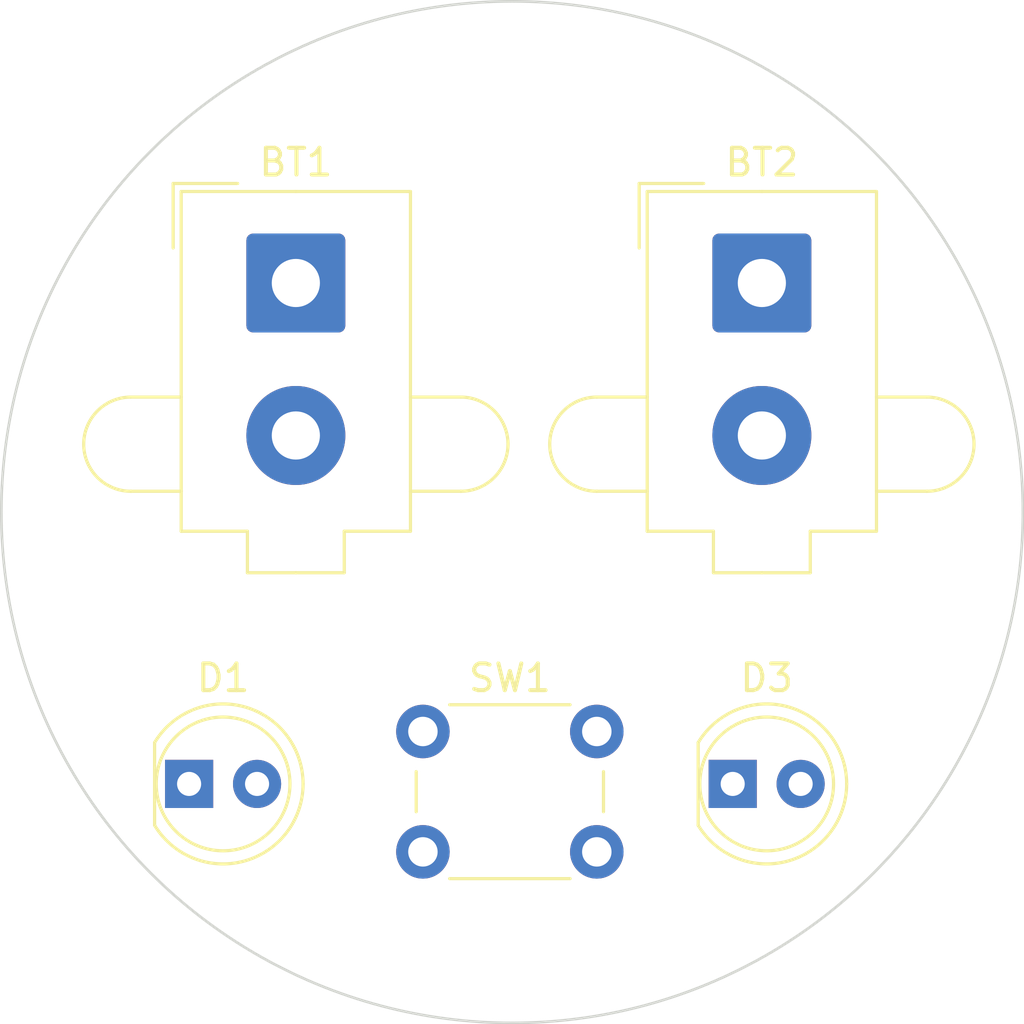
<source format=kicad_pcb>
(kicad_pcb (version 20221018) (generator pcbnew)
  (layers (0 "F.Cu" signal) (31 "B.Cu" signal) (34 "B.Paste" user) (35 "F.Paste" user) (36 "B.SilkS" user "B.Silkscreen") (37 "F.SilkS" user "F.Silkscreen") (38 "B.Mask" user) (39 "F.Mask" user) (44 "Edge.Cuts" user))
  (net 0 "")
  (net 1 "Net-(BT1-+)")
  (net 2 "GND")
  (net 3 "Net-(D1-K)")
  (footprint "LED_THT:LED_D5.0mm_Clear" (layer "F.Cu") (at 121.92 109.22)
    (fp_text reference "D1" (at 1.27 -3.96) (layer "F.SilkS"))
    (fp_text value "LED")
    (fp_line (start -1.29 -1.545) (end -1.29 1.545) (stroke (width 0.12)) (layer "F.SilkS"))
    (fp_arc (start -1.29 -1.54483) (mid 2.072002 -2.880433) (end 4.26 0.000462) (stroke (width 0.12)) (layer "F.SilkS"))
    (fp_arc (start 4.26 -0.000462) (mid 2.072002 2.880433) (end -1.29 1.54483) (stroke (width 0.12)) (layer "F.SilkS"))
    (fp_circle (center 1.27 0) (end 3.77 0) (stroke (width 0.12)) (fill none) (layer "F.SilkS"))
    (pad "1" thru_hole rect (at 0 0) (size 1.8 1.8) (drill 0.9) (layers "*.Cu" "*.Mask") (net 3 "Net-(D1-K)"))
    (pad "2" thru_hole circle (at 2.54 0) (size 1.8 1.8) (drill 0.9) (layers "*.Cu" "*.Mask") (net 2 "GND"))
  )
  (footprint "Connector_Molex:Molex_Mega-Fit_76829-0002_2x01_P5.70mm_Vertical" (layer "F.Cu") (at 125.91 90.495)
    (fp_text reference "BT1" (at 0 -4.51) (layer "F.SilkS"))
    (fp_text value "Battery_Cell")
    (fp_line (start -6.17 4.265) (end -4.285 4.265) (stroke (width 0.12)) (layer "F.SilkS"))
    (fp_line (start -6.17 7.785) (end -4.285 7.785) (stroke (width 0.12)) (layer "F.SilkS"))
    (fp_line (start -4.585 -3.72) (end -2.175 -3.72) (stroke (width 0.12)) (layer "F.SilkS"))
    (fp_line (start -4.585 -1.31) (end -4.585 -3.72) (stroke (width 0.12)) (layer "F.SilkS"))
    (fp_line (start -4.285 -3.42) (end -4.285 9.28) (stroke (width 0.12)) (layer "F.SilkS"))
    (fp_line (start -4.285 9.28) (end -1.81 9.28) (stroke (width 0.12)) (layer "F.SilkS"))
    (fp_line (start -1.81 9.28) (end -1.81 10.83) (stroke (width 0.12)) (layer "F.SilkS"))
    (fp_line (start -1.81 10.83) (end 0 10.83) (stroke (width 0.12)) (layer "F.SilkS"))
    (fp_line (start 0 -3.42) (end -4.285 -3.42) (stroke (width 0.12)) (layer "F.SilkS"))
    (fp_line (start 0 -3.42) (end 4.285 -3.42) (stroke (width 0.12)) (layer "F.SilkS"))
    (fp_line (start 1.81 9.28) (end 1.81 10.83) (stroke (width 0.12)) (layer "F.SilkS"))
    (fp_line (start 1.81 10.83) (end 0 10.83) (stroke (width 0.12)) (layer "F.SilkS"))
    (fp_line (start 4.285 -3.42) (end 4.285 9.28) (stroke (width 0.12)) (layer "F.SilkS"))
    (fp_line (start 4.285 9.28) (end 1.81 9.28) (stroke (width 0.12)) (layer "F.SilkS"))
    (fp_line (start 6.17 4.265) (end 4.285 4.265) (stroke (width 0.12)) (layer "F.SilkS"))
    (fp_line (start 6.17 7.785) (end 4.285 7.785) (stroke (width 0.12)) (layer "F.SilkS"))
    (fp_arc (start -6.17 7.785) (mid -7.93 6.025) (end -6.17 4.265) (stroke (width 0.12)) (layer "F.SilkS"))
    (fp_arc (start 6.17 4.265) (mid 7.93 6.025) (end 6.17 7.785) (stroke (width 0.12)) (layer "F.SilkS"))
    (pad "" np_thru_hole circle (at -6.17 6.025) (size 3 3) (drill 3) (layers "*.Cu" "*.Mask"))
    (pad "" np_thru_hole circle (at 6.17 6.025) (size 3 3) (drill 3) (layers "*.Cu" "*.Mask"))
    (pad "1" thru_hole roundrect (at 0 0) (size 3.7 3.7) (drill 1.8) (layers "*.Cu" "*.Mask") (roundrect_rratio 0.067568) (net 1 "Net-(BT1-+)"))
    (pad "2" thru_hole circle (at 0 5.7) (size 3.7 3.7) (drill 1.8) (layers "*.Cu" "*.Mask") (net 2 "GND"))
  )
  (footprint "LED_THT:LED_D5.0mm_Clear" (layer "F.Cu") (at 142.24 109.22)
    (fp_text reference "D3" (at 1.27 -3.96) (layer "F.SilkS"))
    (fp_text value "LED")
    (fp_line (start -1.29 -1.545) (end -1.29 1.545) (stroke (width 0.12)) (layer "F.SilkS"))
    (fp_arc (start -1.29 -1.54483) (mid 2.072002 -2.880433) (end 4.26 0.000462) (stroke (width 0.12)) (layer "F.SilkS"))
    (fp_arc (start 4.26 -0.000462) (mid 2.072002 2.880433) (end -1.29 1.54483) (stroke (width 0.12)) (layer "F.SilkS"))
    (fp_circle (center 1.27 0) (end 3.77 0) (stroke (width 0.12)) (fill none) (layer "F.SilkS"))
    (pad "1" thru_hole rect (at 0 0) (size 1.8 1.8) (drill 0.9) (layers "*.Cu" "*.Mask") (net 3 "Net-(D1-K)"))
    (pad "2" thru_hole circle (at 2.54 0) (size 1.8 1.8) (drill 0.9) (layers "*.Cu" "*.Mask") (net 2 "GND"))
  )
  (footprint "Connector_Molex:Molex_Mega-Fit_76829-0002_2x01_P5.70mm_Vertical" (layer "F.Cu") (at 143.33 90.495)
    (fp_text reference "BT2" (at 0 -4.51) (layer "F.SilkS"))
    (fp_text value "Battery_Cell")
    (fp_line (start -6.17 4.265) (end -4.285 4.265) (stroke (width 0.12)) (layer "F.SilkS"))
    (fp_line (start -6.17 7.785) (end -4.285 7.785) (stroke (width 0.12)) (layer "F.SilkS"))
    (fp_line (start -4.585 -3.72) (end -2.175 -3.72) (stroke (width 0.12)) (layer "F.SilkS"))
    (fp_line (start -4.585 -1.31) (end -4.585 -3.72) (stroke (width 0.12)) (layer "F.SilkS"))
    (fp_line (start -4.285 -3.42) (end -4.285 9.28) (stroke (width 0.12)) (layer "F.SilkS"))
    (fp_line (start -4.285 9.28) (end -1.81 9.28) (stroke (width 0.12)) (layer "F.SilkS"))
    (fp_line (start -1.81 9.28) (end -1.81 10.83) (stroke (width 0.12)) (layer "F.SilkS"))
    (fp_line (start -1.81 10.83) (end 0 10.83) (stroke (width 0.12)) (layer "F.SilkS"))
    (fp_line (start 0 -3.42) (end -4.285 -3.42) (stroke (width 0.12)) (layer "F.SilkS"))
    (fp_line (start 0 -3.42) (end 4.285 -3.42) (stroke (width 0.12)) (layer "F.SilkS"))
    (fp_line (start 1.81 9.28) (end 1.81 10.83) (stroke (width 0.12)) (layer "F.SilkS"))
    (fp_line (start 1.81 10.83) (end 0 10.83) (stroke (width 0.12)) (layer "F.SilkS"))
    (fp_line (start 4.285 -3.42) (end 4.285 9.28) (stroke (width 0.12)) (layer "F.SilkS"))
    (fp_line (start 4.285 9.28) (end 1.81 9.28) (stroke (width 0.12)) (layer "F.SilkS"))
    (fp_line (start 6.17 4.265) (end 4.285 4.265) (stroke (width 0.12)) (layer "F.SilkS"))
    (fp_line (start 6.17 7.785) (end 4.285 7.785) (stroke (width 0.12)) (layer "F.SilkS"))
    (fp_arc (start -6.17 7.785) (mid -7.93 6.025) (end -6.17 4.265) (stroke (width 0.12)) (layer "F.SilkS"))
    (fp_arc (start 6.17 4.265) (mid 7.93 6.025) (end 6.17 7.785) (stroke (width 0.12)) (layer "F.SilkS"))
    (pad "" np_thru_hole circle (at -6.17 6.025) (size 3 3) (drill 3) (layers "*.Cu" "*.Mask"))
    (pad "" np_thru_hole circle (at 6.17 6.025) (size 3 3) (drill 3) (layers "*.Cu" "*.Mask"))
    (pad "1" thru_hole roundrect (at 0 0) (size 3.7 3.7) (drill 1.8) (layers "*.Cu" "*.Mask") (roundrect_rratio 0.067568) (net 1 "Net-(BT1-+)"))
    (pad "2" thru_hole circle (at 0 5.7) (size 3.7 3.7) (drill 1.8) (layers "*.Cu" "*.Mask") (net 2 "GND"))
  )
  (footprint "Button_Switch_THT:SW_PUSH_6mm" (layer "F.Cu") (at 130.66 107.26)
    (fp_text reference "SW1" (at 3.25 -2) (layer "F.SilkS"))
    (fp_text value "SW_Push")
    (fp_line (start -0.25 1.5) (end -0.25 3) (stroke (width 0.12)) (layer "F.SilkS"))
    (fp_line (start 1 5.5) (end 5.5 5.5) (stroke (width 0.12)) (layer "F.SilkS"))
    (fp_line (start 5.5 -1) (end 1 -1) (stroke (width 0.12)) (layer "F.SilkS"))
    (fp_line (start 6.75 3) (end 6.75 1.5) (stroke (width 0.12)) (layer "F.SilkS"))
    (pad "1" thru_hole circle (at 0 0 90) (size 2 2) (drill 1.1) (layers "*.Cu" "*.Mask") (net 3 "Net-(D1-K)"))
    (pad "1" thru_hole circle (at 6.5 0 90) (size 2 2) (drill 1.1) (layers "*.Cu" "*.Mask") (net 3 "Net-(D1-K)"))
    (pad "2" thru_hole circle (at 0 4.5 90) (size 2 2) (drill 1.1) (layers "*.Cu" "*.Mask") (net 1 "Net-(BT1-+)"))
    (pad "2" thru_hole circle (at 6.5 4.5 90) (size 2 2) (drill 1.1) (layers "*.Cu" "*.Mask") (net 1 "Net-(BT1-+)"))
  )
  (gr_circle (center 133.994624 99.06) (end 152.4 104.14) (stroke (width 0.1)) (fill none) (layer "Edge.Cuts"))
)
</source>
